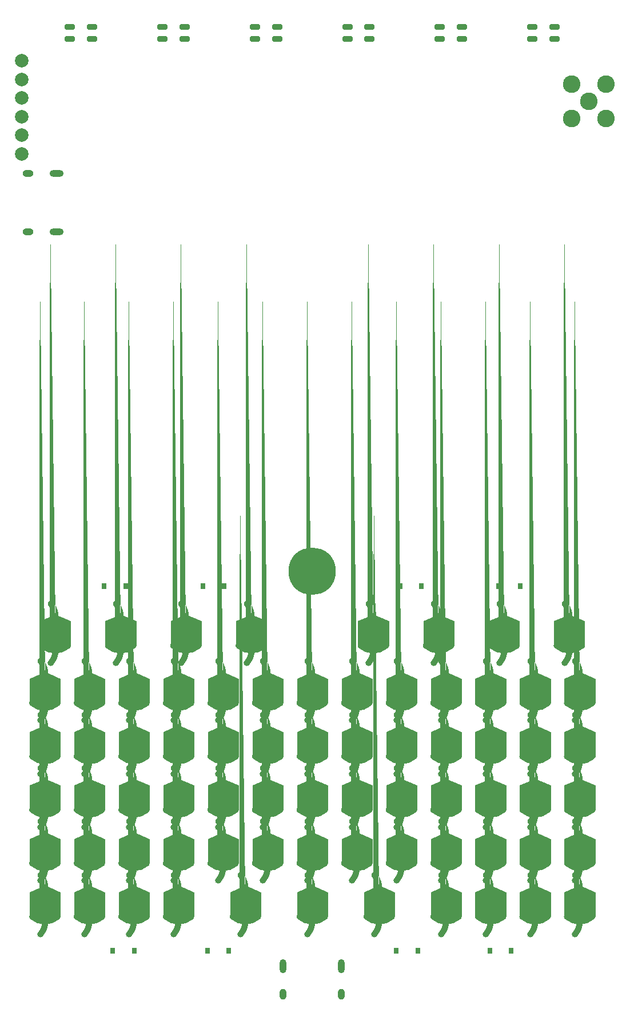
<source format=gts>
G04 #@! TF.GenerationSoftware,KiCad,Pcbnew,9.0.2*
G04 #@! TF.CreationDate,2025-06-10T21:15:01+02:00*
G04 #@! TF.ProjectId,badgeCarrierCard,62616467-6543-4617-9272-696572436172,V2.5*
G04 #@! TF.SameCoordinates,Original*
G04 #@! TF.FileFunction,Soldermask,Top*
G04 #@! TF.FilePolarity,Negative*
%FSLAX46Y46*%
G04 Gerber Fmt 4.6, Leading zero omitted, Abs format (unit mm)*
G04 Created by KiCad (PCBNEW 9.0.2) date 2025-06-10 21:15:01*
%MOMM*%
%LPD*%
G01*
G04 APERTURE LIST*
G04 Aperture macros list*
%AMRoundRect*
0 Rectangle with rounded corners*
0 $1 Rounding radius*
0 $2 $3 $4 $5 $6 $7 $8 $9 X,Y pos of 4 corners*
0 Add a 4 corners polygon primitive as box body*
4,1,4,$2,$3,$4,$5,$6,$7,$8,$9,$2,$3,0*
0 Add four circle primitives for the rounded corners*
1,1,$1+$1,$2,$3*
1,1,$1+$1,$4,$5*
1,1,$1+$1,$6,$7*
1,1,$1+$1,$8,$9*
0 Add four rect primitives between the rounded corners*
20,1,$1+$1,$2,$3,$4,$5,0*
20,1,$1+$1,$4,$5,$6,$7,0*
20,1,$1+$1,$6,$7,$8,$9,0*
20,1,$1+$1,$8,$9,$2,$3,0*%
%AMFreePoly0*
4,1,52,-0.529408,2.274054,-0.424786,2.220629,-0.337556,2.141945,-0.132558,1.875050,0.044206,1.588672,0.190897,1.285787,0.305993,0.969542,0.388297,0.643224,0.436954,0.310222,0.451459,-0.026003,0.431660,-0.361958,0.377764,-0.694152,0.290330,-1.019133,0.170267,-1.333526,0.018823,-1.634062,-0.162429,-1.917620,-0.371606,-2.181254,-0.460064,-2.258554,-0.565515,-2.310325,-0.680771,-2.333039,
-0.797980,-2.325149,-0.909152,-2.287191,-1.006712,-2.221754,-1.084012,-2.133296,-1.135783,-2.027845,-1.158497,-1.912589,-1.150607,-1.795380,-1.112649,-1.684208,-1.047212,-1.586648,-0.952740,-1.479260,-0.790574,-1.243613,-0.657525,-0.990383,-0.555472,-0.723150,-0.485859,-0.445695,-0.449670,-0.161938,-0.447417,0.124109,-0.479132,0.408401,-0.544366,0.686919,-0.642197,0.955725,-0.771241,1.211020,
-0.929675,1.449193,-1.022444,1.558055,-1.086336,1.656633,-1.122538,1.768390,-1.128581,1.885708,-1.104054,2.000592,-1.050629,2.105214,-0.971945,2.192444,-0.873367,2.256336,-0.761610,2.292538,-0.644292,2.298581,-0.529408,2.274054,-0.529408,2.274054,$1*%
G04 Aperture macros list end*
%ADD10C,0.900000*%
%ADD11C,0.050000*%
%ADD12R,0.670000X0.830000*%
%ADD13C,2.000000*%
%ADD14RoundRect,0.200000X0.550000X0.200000X-0.550000X0.200000X-0.550000X-0.200000X0.550000X-0.200000X0*%
%ADD15FreePoly0,90.000000*%
%ADD16FreePoly0,270.000000*%
%ADD17C,2.500000*%
%ADD18O,1.000000X1.600000*%
%ADD19O,1.000000X2.100000*%
%ADD20C,7.000000*%
%ADD21O,1.600000X1.000000*%
%ADD22O,2.100000X1.000000*%
%ADD23C,2.604000*%
G04 APERTURE END LIST*
D10*
G04 #@! TO.C,U14*
X37274995Y-128991020D02*
G75*
G02*
X33560457Y-128978420I-1849996J2150446D01*
G01*
X37274995Y-136891020D02*
G75*
G02*
X33560457Y-136878420I-1849996J2150446D01*
G01*
X37274995Y-144791020D02*
G75*
G02*
X33560457Y-144778420I-1849996J2150446D01*
G01*
X37274995Y-152691020D02*
G75*
G02*
X33560457Y-152678420I-1849996J2150446D01*
G01*
X37274995Y-160591020D02*
G75*
G02*
X33560457Y-160578420I-1849996J2150446D01*
G01*
X38814995Y-120501020D02*
G75*
G02*
X35100457Y-120488420I-1849996J2150446D01*
G01*
X43874995Y-128991020D02*
G75*
G02*
X40160457Y-128978420I-1849996J2150446D01*
G01*
X43874995Y-136891020D02*
G75*
G02*
X40160457Y-136878420I-1849996J2150446D01*
G01*
X43874995Y-144791020D02*
G75*
G02*
X40160457Y-144778420I-1849996J2150446D01*
G01*
X43874995Y-152691020D02*
G75*
G02*
X40160457Y-152678420I-1849996J2150446D01*
G01*
X43874995Y-160591020D02*
G75*
G02*
X40160457Y-160578420I-1849996J2150446D01*
G01*
X48489995Y-120501020D02*
G75*
G02*
X44775457Y-120488420I-1849996J2150446D01*
G01*
X50474995Y-128991020D02*
G75*
G02*
X46760457Y-128978420I-1849996J2150446D01*
G01*
X50474995Y-136891020D02*
G75*
G02*
X46760457Y-136878420I-1849996J2150446D01*
G01*
X50474995Y-144791020D02*
G75*
G02*
X46760457Y-144778420I-1849996J2150446D01*
G01*
X50474995Y-152691020D02*
G75*
G02*
X46760457Y-152678420I-1849996J2150446D01*
G01*
X50474995Y-160591020D02*
G75*
G02*
X46760457Y-160578420I-1849996J2150446D01*
G01*
X57074995Y-128991020D02*
G75*
G02*
X53360457Y-128978420I-1849996J2150446D01*
G01*
X57074995Y-136891020D02*
G75*
G02*
X53360457Y-136878420I-1849996J2150446D01*
G01*
X57074995Y-144791020D02*
G75*
G02*
X53360457Y-144778420I-1849996J2150446D01*
G01*
X57074995Y-152691020D02*
G75*
G02*
X53360457Y-152678420I-1849996J2150446D01*
G01*
X57074995Y-160591020D02*
G75*
G02*
X53360457Y-160578420I-1849996J2150446D01*
G01*
X58164995Y-120501020D02*
G75*
G02*
X54450457Y-120488420I-1849996J2150446D01*
G01*
X63674995Y-128991020D02*
G75*
G02*
X59960457Y-128978420I-1849996J2150446D01*
G01*
X63674995Y-136891020D02*
G75*
G02*
X59960457Y-136878420I-1849996J2150446D01*
G01*
X63674995Y-144791020D02*
G75*
G02*
X59960457Y-144778420I-1849996J2150446D01*
G01*
X63674995Y-152691020D02*
G75*
G02*
X59960457Y-152678420I-1849996J2150446D01*
G01*
X66974995Y-160591020D02*
G75*
G02*
X63260457Y-160578420I-1849996J2150446D01*
G01*
X67839995Y-120501020D02*
G75*
G02*
X64125457Y-120488420I-1849996J2150446D01*
G01*
X70274995Y-128991020D02*
G75*
G02*
X66560457Y-128978420I-1849996J2150446D01*
G01*
X70274995Y-136891020D02*
G75*
G02*
X66560457Y-136878420I-1849996J2150446D01*
G01*
X70274995Y-144791020D02*
G75*
G02*
X66560457Y-144778420I-1849996J2150446D01*
G01*
X70274995Y-152691020D02*
G75*
G02*
X66560457Y-152678420I-1849996J2150446D01*
G01*
X76874995Y-128991020D02*
G75*
G02*
X73160457Y-128978420I-1849996J2150446D01*
G01*
X76874995Y-136891020D02*
G75*
G02*
X73160457Y-136878420I-1849996J2150446D01*
G01*
X76874995Y-144791020D02*
G75*
G02*
X73160457Y-144778420I-1849996J2150446D01*
G01*
X76874995Y-152691020D02*
G75*
G02*
X73160457Y-152678420I-1849996J2150446D01*
G01*
X76874995Y-160591020D02*
G75*
G02*
X73160457Y-160578420I-1849996J2150446D01*
G01*
X83474995Y-128991020D02*
G75*
G02*
X79760458Y-128978419I-1849995J2150442D01*
G01*
X83474995Y-136891020D02*
G75*
G02*
X79760458Y-136878419I-1849995J2150442D01*
G01*
X83474995Y-144791020D02*
G75*
G02*
X79760458Y-144778419I-1849995J2150442D01*
G01*
X83474995Y-152691020D02*
G75*
G02*
X79760458Y-152678419I-1849995J2150442D01*
G01*
X85914995Y-120501020D02*
G75*
G02*
X82200458Y-120488419I-1849995J2150442D01*
G01*
X86774995Y-160591020D02*
G75*
G02*
X83060458Y-160578419I-1849995J2150442D01*
G01*
X90074995Y-128991020D02*
G75*
G02*
X86360458Y-128978419I-1849995J2150442D01*
G01*
X90074995Y-136891020D02*
G75*
G02*
X86360458Y-136878419I-1849995J2150442D01*
G01*
X90074995Y-144791020D02*
G75*
G02*
X86360458Y-144778419I-1849995J2150442D01*
G01*
X90074995Y-152691020D02*
G75*
G02*
X86360458Y-152678419I-1849995J2150442D01*
G01*
X95589995Y-120501020D02*
G75*
G02*
X91875458Y-120488419I-1849995J2150442D01*
G01*
X96674995Y-128991020D02*
G75*
G02*
X92960458Y-128978419I-1849995J2150442D01*
G01*
X96674995Y-136891020D02*
G75*
G02*
X92960458Y-136878419I-1849995J2150442D01*
G01*
X96674995Y-144791020D02*
G75*
G02*
X92960458Y-144778419I-1849995J2150442D01*
G01*
X96674995Y-152691020D02*
G75*
G02*
X92960458Y-152678419I-1849995J2150442D01*
G01*
X96674995Y-160591020D02*
G75*
G02*
X92960458Y-160578419I-1849995J2150442D01*
G01*
X103274995Y-128991020D02*
G75*
G02*
X99560458Y-128978419I-1849995J2150442D01*
G01*
X103274995Y-136891020D02*
G75*
G02*
X99560458Y-136878419I-1849995J2150442D01*
G01*
X103274995Y-144791020D02*
G75*
G02*
X99560458Y-144778419I-1849995J2150442D01*
G01*
X103274995Y-152691020D02*
G75*
G02*
X99560458Y-152678419I-1849995J2150442D01*
G01*
X103274995Y-160591020D02*
G75*
G02*
X99560458Y-160578419I-1849995J2150442D01*
G01*
X105264995Y-120501020D02*
G75*
G02*
X101550458Y-120488419I-1849995J2150442D01*
G01*
X109874995Y-128991020D02*
G75*
G02*
X106160458Y-128978419I-1849995J2150442D01*
G01*
X109874995Y-136891020D02*
G75*
G02*
X106160458Y-136878419I-1849995J2150442D01*
G01*
X109874995Y-144791020D02*
G75*
G02*
X106160458Y-144778419I-1849995J2150442D01*
G01*
X109874995Y-152691020D02*
G75*
G02*
X106160458Y-152678419I-1849995J2150442D01*
G01*
X109874995Y-160591020D02*
G75*
G02*
X106160458Y-160578419I-1849995J2150442D01*
G01*
X114939995Y-120501020D02*
G75*
G02*
X111225458Y-120488419I-1849995J2150442D01*
G01*
X116474995Y-128991020D02*
G75*
G02*
X112760458Y-128978419I-1849995J2150442D01*
G01*
X116474995Y-136891020D02*
G75*
G02*
X112760458Y-136878419I-1849995J2150442D01*
G01*
X116474995Y-144791020D02*
G75*
G02*
X112760458Y-144778419I-1849995J2150442D01*
G01*
X116474995Y-152691020D02*
G75*
G02*
X112760458Y-152678419I-1849995J2150442D01*
G01*
X116474995Y-160591020D02*
G75*
G02*
X112760458Y-160578419I-1849995J2150442D01*
G01*
D11*
X37675000Y-125377278D02*
X37675000Y-128977278D01*
X35425000Y-129977278D01*
X33175000Y-128977278D01*
X33175000Y-125377278D01*
X35425000Y-124377278D01*
X37675000Y-125377278D01*
G36*
X37675000Y-125377278D02*
G01*
X37675000Y-128977278D01*
X35425000Y-129977278D01*
X33175000Y-128977278D01*
X33175000Y-125377278D01*
X35425000Y-124377278D01*
X37675000Y-125377278D01*
G37*
X37675000Y-133277278D02*
X37675000Y-136877278D01*
X35425000Y-137877278D01*
X33175000Y-136877278D01*
X33175000Y-133277278D01*
X35425000Y-132277278D01*
X37675000Y-133277278D01*
G36*
X37675000Y-133277278D02*
G01*
X37675000Y-136877278D01*
X35425000Y-137877278D01*
X33175000Y-136877278D01*
X33175000Y-133277278D01*
X35425000Y-132277278D01*
X37675000Y-133277278D01*
G37*
X37675000Y-141177278D02*
X37675000Y-144777278D01*
X35425000Y-145777278D01*
X33175000Y-144777278D01*
X33175000Y-141177278D01*
X35425000Y-140177278D01*
X37675000Y-141177278D01*
G36*
X37675000Y-141177278D02*
G01*
X37675000Y-144777278D01*
X35425000Y-145777278D01*
X33175000Y-144777278D01*
X33175000Y-141177278D01*
X35425000Y-140177278D01*
X37675000Y-141177278D01*
G37*
X37675000Y-149077278D02*
X37675000Y-152677278D01*
X35425000Y-153677278D01*
X33175000Y-152677278D01*
X33175000Y-149077278D01*
X35425000Y-148077278D01*
X37675000Y-149077278D01*
G36*
X37675000Y-149077278D02*
G01*
X37675000Y-152677278D01*
X35425000Y-153677278D01*
X33175000Y-152677278D01*
X33175000Y-149077278D01*
X35425000Y-148077278D01*
X37675000Y-149077278D01*
G37*
X37675000Y-156977278D02*
X37675000Y-160577278D01*
X35425000Y-161577278D01*
X33175000Y-160577278D01*
X33175000Y-156977278D01*
X35425000Y-155977278D01*
X37675000Y-156977278D01*
G36*
X37675000Y-156977278D02*
G01*
X37675000Y-160577278D01*
X35425000Y-161577278D01*
X33175000Y-160577278D01*
X33175000Y-156977278D01*
X35425000Y-155977278D01*
X37675000Y-156977278D01*
G37*
X39215000Y-116887278D02*
X39215000Y-120487278D01*
X36965000Y-121487278D01*
X34715000Y-120487278D01*
X34715000Y-116887278D01*
X36965000Y-115887278D01*
X39215000Y-116887278D01*
G36*
X39215000Y-116887278D02*
G01*
X39215000Y-120487278D01*
X36965000Y-121487278D01*
X34715000Y-120487278D01*
X34715000Y-116887278D01*
X36965000Y-115887278D01*
X39215000Y-116887278D01*
G37*
X44275000Y-125377278D02*
X44275000Y-128977278D01*
X42025000Y-129977278D01*
X39775000Y-128977278D01*
X39775000Y-125377278D01*
X42025000Y-124377278D01*
X44275000Y-125377278D01*
G36*
X44275000Y-125377278D02*
G01*
X44275000Y-128977278D01*
X42025000Y-129977278D01*
X39775000Y-128977278D01*
X39775000Y-125377278D01*
X42025000Y-124377278D01*
X44275000Y-125377278D01*
G37*
X44275000Y-133277278D02*
X44275000Y-136877278D01*
X42025000Y-137877278D01*
X39775000Y-136877278D01*
X39775000Y-133277278D01*
X42025000Y-132277278D01*
X44275000Y-133277278D01*
G36*
X44275000Y-133277278D02*
G01*
X44275000Y-136877278D01*
X42025000Y-137877278D01*
X39775000Y-136877278D01*
X39775000Y-133277278D01*
X42025000Y-132277278D01*
X44275000Y-133277278D01*
G37*
X44275000Y-141177278D02*
X44275000Y-144777278D01*
X42025000Y-145777278D01*
X39775000Y-144777278D01*
X39775000Y-141177278D01*
X42025000Y-140177278D01*
X44275000Y-141177278D01*
G36*
X44275000Y-141177278D02*
G01*
X44275000Y-144777278D01*
X42025000Y-145777278D01*
X39775000Y-144777278D01*
X39775000Y-141177278D01*
X42025000Y-140177278D01*
X44275000Y-141177278D01*
G37*
X44275000Y-149077278D02*
X44275000Y-152677278D01*
X42025000Y-153677278D01*
X39775000Y-152677278D01*
X39775000Y-149077278D01*
X42025000Y-148077278D01*
X44275000Y-149077278D01*
G36*
X44275000Y-149077278D02*
G01*
X44275000Y-152677278D01*
X42025000Y-153677278D01*
X39775000Y-152677278D01*
X39775000Y-149077278D01*
X42025000Y-148077278D01*
X44275000Y-149077278D01*
G37*
X44275000Y-156977278D02*
X44275000Y-160577278D01*
X42025000Y-161577278D01*
X39775000Y-160577278D01*
X39775000Y-156977278D01*
X42025000Y-155977278D01*
X44275000Y-156977278D01*
G36*
X44275000Y-156977278D02*
G01*
X44275000Y-160577278D01*
X42025000Y-161577278D01*
X39775000Y-160577278D01*
X39775000Y-156977278D01*
X42025000Y-155977278D01*
X44275000Y-156977278D01*
G37*
X48890000Y-116887278D02*
X48890000Y-120487278D01*
X46640000Y-121487278D01*
X44390000Y-120487278D01*
X44390000Y-116887278D01*
X46640000Y-115887278D01*
X48890000Y-116887278D01*
G36*
X48890000Y-116887278D02*
G01*
X48890000Y-120487278D01*
X46640000Y-121487278D01*
X44390000Y-120487278D01*
X44390000Y-116887278D01*
X46640000Y-115887278D01*
X48890000Y-116887278D01*
G37*
X50875000Y-125377278D02*
X50875000Y-128977278D01*
X48625000Y-129977278D01*
X46375000Y-128977278D01*
X46375000Y-125377278D01*
X48625000Y-124377278D01*
X50875000Y-125377278D01*
G36*
X50875000Y-125377278D02*
G01*
X50875000Y-128977278D01*
X48625000Y-129977278D01*
X46375000Y-128977278D01*
X46375000Y-125377278D01*
X48625000Y-124377278D01*
X50875000Y-125377278D01*
G37*
X50875000Y-133277278D02*
X50875000Y-136877278D01*
X48625000Y-137877278D01*
X46375000Y-136877278D01*
X46375000Y-133277278D01*
X48625000Y-132277278D01*
X50875000Y-133277278D01*
G36*
X50875000Y-133277278D02*
G01*
X50875000Y-136877278D01*
X48625000Y-137877278D01*
X46375000Y-136877278D01*
X46375000Y-133277278D01*
X48625000Y-132277278D01*
X50875000Y-133277278D01*
G37*
X50875000Y-141177278D02*
X50875000Y-144777278D01*
X48625000Y-145777278D01*
X46375000Y-144777278D01*
X46375000Y-141177278D01*
X48625000Y-140177278D01*
X50875000Y-141177278D01*
G36*
X50875000Y-141177278D02*
G01*
X50875000Y-144777278D01*
X48625000Y-145777278D01*
X46375000Y-144777278D01*
X46375000Y-141177278D01*
X48625000Y-140177278D01*
X50875000Y-141177278D01*
G37*
X50875000Y-149077278D02*
X50875000Y-152677278D01*
X48625000Y-153677278D01*
X46375000Y-152677278D01*
X46375000Y-149077278D01*
X48625000Y-148077278D01*
X50875000Y-149077278D01*
G36*
X50875000Y-149077278D02*
G01*
X50875000Y-152677278D01*
X48625000Y-153677278D01*
X46375000Y-152677278D01*
X46375000Y-149077278D01*
X48625000Y-148077278D01*
X50875000Y-149077278D01*
G37*
X50875000Y-156977278D02*
X50875000Y-160577278D01*
X48625000Y-161577278D01*
X46375000Y-160577278D01*
X46375000Y-156977278D01*
X48625000Y-155977278D01*
X50875000Y-156977278D01*
G36*
X50875000Y-156977278D02*
G01*
X50875000Y-160577278D01*
X48625000Y-161577278D01*
X46375000Y-160577278D01*
X46375000Y-156977278D01*
X48625000Y-155977278D01*
X50875000Y-156977278D01*
G37*
X57475000Y-125377278D02*
X57475000Y-128977278D01*
X55225000Y-129977278D01*
X52975000Y-128977278D01*
X52975000Y-125377278D01*
X55225000Y-124377278D01*
X57475000Y-125377278D01*
G36*
X57475000Y-125377278D02*
G01*
X57475000Y-128977278D01*
X55225000Y-129977278D01*
X52975000Y-128977278D01*
X52975000Y-125377278D01*
X55225000Y-124377278D01*
X57475000Y-125377278D01*
G37*
X57475000Y-133277278D02*
X57475000Y-136877278D01*
X55225000Y-137877278D01*
X52975000Y-136877278D01*
X52975000Y-133277278D01*
X55225000Y-132277278D01*
X57475000Y-133277278D01*
G36*
X57475000Y-133277278D02*
G01*
X57475000Y-136877278D01*
X55225000Y-137877278D01*
X52975000Y-136877278D01*
X52975000Y-133277278D01*
X55225000Y-132277278D01*
X57475000Y-133277278D01*
G37*
X57475000Y-141177278D02*
X57475000Y-144777278D01*
X55225000Y-145777278D01*
X52975000Y-144777278D01*
X52975000Y-141177278D01*
X55225000Y-140177278D01*
X57475000Y-141177278D01*
G36*
X57475000Y-141177278D02*
G01*
X57475000Y-144777278D01*
X55225000Y-145777278D01*
X52975000Y-144777278D01*
X52975000Y-141177278D01*
X55225000Y-140177278D01*
X57475000Y-141177278D01*
G37*
X57475000Y-149077278D02*
X57475000Y-152677278D01*
X55225000Y-153677278D01*
X52975000Y-152677278D01*
X52975000Y-149077278D01*
X55225000Y-148077278D01*
X57475000Y-149077278D01*
G36*
X57475000Y-149077278D02*
G01*
X57475000Y-152677278D01*
X55225000Y-153677278D01*
X52975000Y-152677278D01*
X52975000Y-149077278D01*
X55225000Y-148077278D01*
X57475000Y-149077278D01*
G37*
X57475000Y-156977278D02*
X57475000Y-160577278D01*
X55225000Y-161577278D01*
X52975000Y-160577278D01*
X52975000Y-156977278D01*
X55225000Y-155977278D01*
X57475000Y-156977278D01*
G36*
X57475000Y-156977278D02*
G01*
X57475000Y-160577278D01*
X55225000Y-161577278D01*
X52975000Y-160577278D01*
X52975000Y-156977278D01*
X55225000Y-155977278D01*
X57475000Y-156977278D01*
G37*
X58565000Y-116887278D02*
X58565000Y-120487278D01*
X56315000Y-121487278D01*
X54065000Y-120487278D01*
X54065000Y-116887278D01*
X56315000Y-115887278D01*
X58565000Y-116887278D01*
G36*
X58565000Y-116887278D02*
G01*
X58565000Y-120487278D01*
X56315000Y-121487278D01*
X54065000Y-120487278D01*
X54065000Y-116887278D01*
X56315000Y-115887278D01*
X58565000Y-116887278D01*
G37*
X64075000Y-125377278D02*
X64075000Y-128977278D01*
X61825000Y-129977278D01*
X59575000Y-128977278D01*
X59575000Y-125377278D01*
X61825000Y-124377278D01*
X64075000Y-125377278D01*
G36*
X64075000Y-125377278D02*
G01*
X64075000Y-128977278D01*
X61825000Y-129977278D01*
X59575000Y-128977278D01*
X59575000Y-125377278D01*
X61825000Y-124377278D01*
X64075000Y-125377278D01*
G37*
X64075000Y-133277278D02*
X64075000Y-136877278D01*
X61825000Y-137877278D01*
X59575000Y-136877278D01*
X59575000Y-133277278D01*
X61825000Y-132277278D01*
X64075000Y-133277278D01*
G36*
X64075000Y-133277278D02*
G01*
X64075000Y-136877278D01*
X61825000Y-137877278D01*
X59575000Y-136877278D01*
X59575000Y-133277278D01*
X61825000Y-132277278D01*
X64075000Y-133277278D01*
G37*
X64075000Y-141177278D02*
X64075000Y-144777278D01*
X61825000Y-145777278D01*
X59575000Y-144777278D01*
X59575000Y-141177278D01*
X61825000Y-140177278D01*
X64075000Y-141177278D01*
G36*
X64075000Y-141177278D02*
G01*
X64075000Y-144777278D01*
X61825000Y-145777278D01*
X59575000Y-144777278D01*
X59575000Y-141177278D01*
X61825000Y-140177278D01*
X64075000Y-141177278D01*
G37*
X64075000Y-149077278D02*
X64075000Y-152677278D01*
X61825000Y-153677278D01*
X59575000Y-152677278D01*
X59575000Y-149077278D01*
X61825000Y-148077278D01*
X64075000Y-149077278D01*
G36*
X64075000Y-149077278D02*
G01*
X64075000Y-152677278D01*
X61825000Y-153677278D01*
X59575000Y-152677278D01*
X59575000Y-149077278D01*
X61825000Y-148077278D01*
X64075000Y-149077278D01*
G37*
X67375000Y-156977278D02*
X67375000Y-160577278D01*
X65125000Y-161577278D01*
X62875000Y-160577278D01*
X62875000Y-156977278D01*
X65125000Y-155977278D01*
X67375000Y-156977278D01*
G36*
X67375000Y-156977278D02*
G01*
X67375000Y-160577278D01*
X65125000Y-161577278D01*
X62875000Y-160577278D01*
X62875000Y-156977278D01*
X65125000Y-155977278D01*
X67375000Y-156977278D01*
G37*
X68240000Y-116887278D02*
X68240000Y-120487278D01*
X65990000Y-121487278D01*
X63740000Y-120487278D01*
X63740000Y-116887278D01*
X65990000Y-115887278D01*
X68240000Y-116887278D01*
G36*
X68240000Y-116887278D02*
G01*
X68240000Y-120487278D01*
X65990000Y-121487278D01*
X63740000Y-120487278D01*
X63740000Y-116887278D01*
X65990000Y-115887278D01*
X68240000Y-116887278D01*
G37*
X70675000Y-125377278D02*
X70675000Y-128977278D01*
X68425000Y-129977278D01*
X66175000Y-128977278D01*
X66175000Y-125377278D01*
X68425000Y-124377278D01*
X70675000Y-125377278D01*
G36*
X70675000Y-125377278D02*
G01*
X70675000Y-128977278D01*
X68425000Y-129977278D01*
X66175000Y-128977278D01*
X66175000Y-125377278D01*
X68425000Y-124377278D01*
X70675000Y-125377278D01*
G37*
X70675000Y-133277278D02*
X70675000Y-136877278D01*
X68425000Y-137877278D01*
X66175000Y-136877278D01*
X66175000Y-133277278D01*
X68425000Y-132277278D01*
X70675000Y-133277278D01*
G36*
X70675000Y-133277278D02*
G01*
X70675000Y-136877278D01*
X68425000Y-137877278D01*
X66175000Y-136877278D01*
X66175000Y-133277278D01*
X68425000Y-132277278D01*
X70675000Y-133277278D01*
G37*
X70675000Y-141177278D02*
X70675000Y-144777278D01*
X68425000Y-145777278D01*
X66175000Y-144777278D01*
X66175000Y-141177278D01*
X68425000Y-140177278D01*
X70675000Y-141177278D01*
G36*
X70675000Y-141177278D02*
G01*
X70675000Y-144777278D01*
X68425000Y-145777278D01*
X66175000Y-144777278D01*
X66175000Y-141177278D01*
X68425000Y-140177278D01*
X70675000Y-141177278D01*
G37*
X70675000Y-149077278D02*
X70675000Y-152677278D01*
X68425000Y-153677278D01*
X66175000Y-152677278D01*
X66175000Y-149077278D01*
X68425000Y-148077278D01*
X70675000Y-149077278D01*
G36*
X70675000Y-149077278D02*
G01*
X70675000Y-152677278D01*
X68425000Y-153677278D01*
X66175000Y-152677278D01*
X66175000Y-149077278D01*
X68425000Y-148077278D01*
X70675000Y-149077278D01*
G37*
X77275000Y-125377278D02*
X77275000Y-128977278D01*
X75025000Y-129977278D01*
X72775000Y-128977278D01*
X72775000Y-125377278D01*
X75025000Y-124377278D01*
X77275000Y-125377278D01*
G36*
X77275000Y-125377278D02*
G01*
X77275000Y-128977278D01*
X75025000Y-129977278D01*
X72775000Y-128977278D01*
X72775000Y-125377278D01*
X75025000Y-124377278D01*
X77275000Y-125377278D01*
G37*
X77275000Y-133277278D02*
X77275000Y-136877278D01*
X75025000Y-137877278D01*
X72775000Y-136877278D01*
X72775000Y-133277278D01*
X75025000Y-132277278D01*
X77275000Y-133277278D01*
G36*
X77275000Y-133277278D02*
G01*
X77275000Y-136877278D01*
X75025000Y-137877278D01*
X72775000Y-136877278D01*
X72775000Y-133277278D01*
X75025000Y-132277278D01*
X77275000Y-133277278D01*
G37*
X77275000Y-141177278D02*
X77275000Y-144777278D01*
X75025000Y-145777278D01*
X72775000Y-144777278D01*
X72775000Y-141177278D01*
X75025000Y-140177278D01*
X77275000Y-141177278D01*
G36*
X77275000Y-141177278D02*
G01*
X77275000Y-144777278D01*
X75025000Y-145777278D01*
X72775000Y-144777278D01*
X72775000Y-141177278D01*
X75025000Y-140177278D01*
X77275000Y-141177278D01*
G37*
X77275000Y-149077278D02*
X77275000Y-152677278D01*
X75025000Y-153677278D01*
X72775000Y-152677278D01*
X72775000Y-149077278D01*
X75025000Y-148077278D01*
X77275000Y-149077278D01*
G36*
X77275000Y-149077278D02*
G01*
X77275000Y-152677278D01*
X75025000Y-153677278D01*
X72775000Y-152677278D01*
X72775000Y-149077278D01*
X75025000Y-148077278D01*
X77275000Y-149077278D01*
G37*
X77275000Y-156977278D02*
X77275000Y-160577278D01*
X75025000Y-161577278D01*
X72775000Y-160577278D01*
X72775000Y-156977278D01*
X75025000Y-155977278D01*
X77275000Y-156977278D01*
G36*
X77275000Y-156977278D02*
G01*
X77275000Y-160577278D01*
X75025000Y-161577278D01*
X72775000Y-160577278D01*
X72775000Y-156977278D01*
X75025000Y-155977278D01*
X77275000Y-156977278D01*
G37*
X83875000Y-125377278D02*
X83875000Y-128977278D01*
X81625000Y-129977278D01*
X79375000Y-128977278D01*
X79375000Y-125377278D01*
X81625000Y-124377278D01*
X83875000Y-125377278D01*
G36*
X83875000Y-125377278D02*
G01*
X83875000Y-128977278D01*
X81625000Y-129977278D01*
X79375000Y-128977278D01*
X79375000Y-125377278D01*
X81625000Y-124377278D01*
X83875000Y-125377278D01*
G37*
X83875000Y-133277278D02*
X83875000Y-136877278D01*
X81625000Y-137877278D01*
X79375000Y-136877278D01*
X79375000Y-133277278D01*
X81625000Y-132277278D01*
X83875000Y-133277278D01*
G36*
X83875000Y-133277278D02*
G01*
X83875000Y-136877278D01*
X81625000Y-137877278D01*
X79375000Y-136877278D01*
X79375000Y-133277278D01*
X81625000Y-132277278D01*
X83875000Y-133277278D01*
G37*
X83875000Y-141177278D02*
X83875000Y-144777278D01*
X81625000Y-145777278D01*
X79375000Y-144777278D01*
X79375000Y-141177278D01*
X81625000Y-140177278D01*
X83875000Y-141177278D01*
G36*
X83875000Y-141177278D02*
G01*
X83875000Y-144777278D01*
X81625000Y-145777278D01*
X79375000Y-144777278D01*
X79375000Y-141177278D01*
X81625000Y-140177278D01*
X83875000Y-141177278D01*
G37*
X83875000Y-149077278D02*
X83875000Y-152677278D01*
X81625000Y-153677278D01*
X79375000Y-152677278D01*
X79375000Y-149077278D01*
X81625000Y-148077278D01*
X83875000Y-149077278D01*
G36*
X83875000Y-149077278D02*
G01*
X83875000Y-152677278D01*
X81625000Y-153677278D01*
X79375000Y-152677278D01*
X79375000Y-149077278D01*
X81625000Y-148077278D01*
X83875000Y-149077278D01*
G37*
X86315000Y-116887278D02*
X86315000Y-120487278D01*
X84065000Y-121487278D01*
X81815000Y-120487278D01*
X81815000Y-116887278D01*
X84065000Y-115887278D01*
X86315000Y-116887278D01*
G36*
X86315000Y-116887278D02*
G01*
X86315000Y-120487278D01*
X84065000Y-121487278D01*
X81815000Y-120487278D01*
X81815000Y-116887278D01*
X84065000Y-115887278D01*
X86315000Y-116887278D01*
G37*
X87175000Y-156977278D02*
X87175000Y-160577278D01*
X84925000Y-161577278D01*
X82675000Y-160577278D01*
X82675000Y-156977278D01*
X84925000Y-155977278D01*
X87175000Y-156977278D01*
G36*
X87175000Y-156977278D02*
G01*
X87175000Y-160577278D01*
X84925000Y-161577278D01*
X82675000Y-160577278D01*
X82675000Y-156977278D01*
X84925000Y-155977278D01*
X87175000Y-156977278D01*
G37*
X90475000Y-125377278D02*
X90475000Y-128977278D01*
X88225000Y-129977278D01*
X85975000Y-128977278D01*
X85975000Y-125377278D01*
X88225000Y-124377278D01*
X90475000Y-125377278D01*
G36*
X90475000Y-125377278D02*
G01*
X90475000Y-128977278D01*
X88225000Y-129977278D01*
X85975000Y-128977278D01*
X85975000Y-125377278D01*
X88225000Y-124377278D01*
X90475000Y-125377278D01*
G37*
X90475000Y-133277278D02*
X90475000Y-136877278D01*
X88225000Y-137877278D01*
X85975000Y-136877278D01*
X85975000Y-133277278D01*
X88225000Y-132277278D01*
X90475000Y-133277278D01*
G36*
X90475000Y-133277278D02*
G01*
X90475000Y-136877278D01*
X88225000Y-137877278D01*
X85975000Y-136877278D01*
X85975000Y-133277278D01*
X88225000Y-132277278D01*
X90475000Y-133277278D01*
G37*
X90475000Y-141177278D02*
X90475000Y-144777278D01*
X88225000Y-145777278D01*
X85975000Y-144777278D01*
X85975000Y-141177278D01*
X88225000Y-140177278D01*
X90475000Y-141177278D01*
G36*
X90475000Y-141177278D02*
G01*
X90475000Y-144777278D01*
X88225000Y-145777278D01*
X85975000Y-144777278D01*
X85975000Y-141177278D01*
X88225000Y-140177278D01*
X90475000Y-141177278D01*
G37*
X90475000Y-149077278D02*
X90475000Y-152677278D01*
X88225000Y-153677278D01*
X85975000Y-152677278D01*
X85975000Y-149077278D01*
X88225000Y-148077278D01*
X90475000Y-149077278D01*
G36*
X90475000Y-149077278D02*
G01*
X90475000Y-152677278D01*
X88225000Y-153677278D01*
X85975000Y-152677278D01*
X85975000Y-149077278D01*
X88225000Y-148077278D01*
X90475000Y-149077278D01*
G37*
X95990000Y-116887278D02*
X95990000Y-120487278D01*
X93740000Y-121487278D01*
X91490000Y-120487278D01*
X91490000Y-116887278D01*
X93740000Y-115887278D01*
X95990000Y-116887278D01*
G36*
X95990000Y-116887278D02*
G01*
X95990000Y-120487278D01*
X93740000Y-121487278D01*
X91490000Y-120487278D01*
X91490000Y-116887278D01*
X93740000Y-115887278D01*
X95990000Y-116887278D01*
G37*
X97075000Y-125377278D02*
X97075000Y-128977278D01*
X94825000Y-129977278D01*
X92575000Y-128977278D01*
X92575000Y-125377278D01*
X94825000Y-124377278D01*
X97075000Y-125377278D01*
G36*
X97075000Y-125377278D02*
G01*
X97075000Y-128977278D01*
X94825000Y-129977278D01*
X92575000Y-128977278D01*
X92575000Y-125377278D01*
X94825000Y-124377278D01*
X97075000Y-125377278D01*
G37*
X97075000Y-133277278D02*
X97075000Y-136877278D01*
X94825000Y-137877278D01*
X92575000Y-136877278D01*
X92575000Y-133277278D01*
X94825000Y-132277278D01*
X97075000Y-133277278D01*
G36*
X97075000Y-133277278D02*
G01*
X97075000Y-136877278D01*
X94825000Y-137877278D01*
X92575000Y-136877278D01*
X92575000Y-133277278D01*
X94825000Y-132277278D01*
X97075000Y-133277278D01*
G37*
X97075000Y-141177278D02*
X97075000Y-144777278D01*
X94825000Y-145777278D01*
X92575000Y-144777278D01*
X92575000Y-141177278D01*
X94825000Y-140177278D01*
X97075000Y-141177278D01*
G36*
X97075000Y-141177278D02*
G01*
X97075000Y-144777278D01*
X94825000Y-145777278D01*
X92575000Y-144777278D01*
X92575000Y-141177278D01*
X94825000Y-140177278D01*
X97075000Y-141177278D01*
G37*
X97075000Y-149077278D02*
X97075000Y-152677278D01*
X94825000Y-153677278D01*
X92575000Y-152677278D01*
X92575000Y-149077278D01*
X94825000Y-148077278D01*
X97075000Y-149077278D01*
G36*
X97075000Y-149077278D02*
G01*
X97075000Y-152677278D01*
X94825000Y-153677278D01*
X92575000Y-152677278D01*
X92575000Y-149077278D01*
X94825000Y-148077278D01*
X97075000Y-149077278D01*
G37*
X97075000Y-156977278D02*
X97075000Y-160577278D01*
X94825000Y-161577278D01*
X92575000Y-160577278D01*
X92575000Y-156977278D01*
X94825000Y-155977278D01*
X97075000Y-156977278D01*
G36*
X97075000Y-156977278D02*
G01*
X97075000Y-160577278D01*
X94825000Y-161577278D01*
X92575000Y-160577278D01*
X92575000Y-156977278D01*
X94825000Y-155977278D01*
X97075000Y-156977278D01*
G37*
X103675000Y-125377278D02*
X103675000Y-128977278D01*
X101425000Y-129977278D01*
X99175000Y-128977278D01*
X99175000Y-125377278D01*
X101425000Y-124377278D01*
X103675000Y-125377278D01*
G36*
X103675000Y-125377278D02*
G01*
X103675000Y-128977278D01*
X101425000Y-129977278D01*
X99175000Y-128977278D01*
X99175000Y-125377278D01*
X101425000Y-124377278D01*
X103675000Y-125377278D01*
G37*
X103675000Y-133277278D02*
X103675000Y-136877278D01*
X101425000Y-137877278D01*
X99175000Y-136877278D01*
X99175000Y-133277278D01*
X101425000Y-132277278D01*
X103675000Y-133277278D01*
G36*
X103675000Y-133277278D02*
G01*
X103675000Y-136877278D01*
X101425000Y-137877278D01*
X99175000Y-136877278D01*
X99175000Y-133277278D01*
X101425000Y-132277278D01*
X103675000Y-133277278D01*
G37*
X103675000Y-141177278D02*
X103675000Y-144777278D01*
X101425000Y-145777278D01*
X99175000Y-144777278D01*
X99175000Y-141177278D01*
X101425000Y-140177278D01*
X103675000Y-141177278D01*
G36*
X103675000Y-141177278D02*
G01*
X103675000Y-144777278D01*
X101425000Y-145777278D01*
X99175000Y-144777278D01*
X99175000Y-141177278D01*
X101425000Y-140177278D01*
X103675000Y-141177278D01*
G37*
X103675000Y-149077278D02*
X103675000Y-152677278D01*
X101425000Y-153677278D01*
X99175000Y-152677278D01*
X99175000Y-149077278D01*
X101425000Y-148077278D01*
X103675000Y-149077278D01*
G36*
X103675000Y-149077278D02*
G01*
X103675000Y-152677278D01*
X101425000Y-153677278D01*
X99175000Y-152677278D01*
X99175000Y-149077278D01*
X101425000Y-148077278D01*
X103675000Y-149077278D01*
G37*
X103675000Y-156977278D02*
X103675000Y-160577278D01*
X101425000Y-161577278D01*
X99175000Y-160577278D01*
X99175000Y-156977278D01*
X101425000Y-155977278D01*
X103675000Y-156977278D01*
G36*
X103675000Y-156977278D02*
G01*
X103675000Y-160577278D01*
X101425000Y-161577278D01*
X99175000Y-160577278D01*
X99175000Y-156977278D01*
X101425000Y-155977278D01*
X103675000Y-156977278D01*
G37*
X105665000Y-116887278D02*
X105665000Y-120487278D01*
X103415000Y-121487278D01*
X101165000Y-120487278D01*
X101165000Y-116887278D01*
X103415000Y-115887278D01*
X105665000Y-116887278D01*
G36*
X105665000Y-116887278D02*
G01*
X105665000Y-120487278D01*
X103415000Y-121487278D01*
X101165000Y-120487278D01*
X101165000Y-116887278D01*
X103415000Y-115887278D01*
X105665000Y-116887278D01*
G37*
X110275000Y-125377278D02*
X110275000Y-128977278D01*
X108025000Y-129977278D01*
X105775000Y-128977278D01*
X105775000Y-125377278D01*
X108025000Y-124377278D01*
X110275000Y-125377278D01*
G36*
X110275000Y-125377278D02*
G01*
X110275000Y-128977278D01*
X108025000Y-129977278D01*
X105775000Y-128977278D01*
X105775000Y-125377278D01*
X108025000Y-124377278D01*
X110275000Y-125377278D01*
G37*
X110275000Y-133277278D02*
X110275000Y-136877278D01*
X108025000Y-137877278D01*
X105775000Y-136877278D01*
X105775000Y-133277278D01*
X108025000Y-132277278D01*
X110275000Y-133277278D01*
G36*
X110275000Y-133277278D02*
G01*
X110275000Y-136877278D01*
X108025000Y-137877278D01*
X105775000Y-136877278D01*
X105775000Y-133277278D01*
X108025000Y-132277278D01*
X110275000Y-133277278D01*
G37*
X110275000Y-141177278D02*
X110275000Y-144777278D01*
X108025000Y-145777278D01*
X105775000Y-144777278D01*
X105775000Y-141177278D01*
X108025000Y-140177278D01*
X110275000Y-141177278D01*
G36*
X110275000Y-141177278D02*
G01*
X110275000Y-144777278D01*
X108025000Y-145777278D01*
X105775000Y-144777278D01*
X105775000Y-141177278D01*
X108025000Y-140177278D01*
X110275000Y-141177278D01*
G37*
X110275000Y-149077278D02*
X110275000Y-152677278D01*
X108025000Y-153677278D01*
X105775000Y-152677278D01*
X105775000Y-149077278D01*
X108025000Y-148077278D01*
X110275000Y-149077278D01*
G36*
X110275000Y-149077278D02*
G01*
X110275000Y-152677278D01*
X108025000Y-153677278D01*
X105775000Y-152677278D01*
X105775000Y-149077278D01*
X108025000Y-148077278D01*
X110275000Y-149077278D01*
G37*
X110275000Y-156977278D02*
X110275000Y-160577278D01*
X108025000Y-161577278D01*
X105775000Y-160577278D01*
X105775000Y-156977278D01*
X108025000Y-155977278D01*
X110275000Y-156977278D01*
G36*
X110275000Y-156977278D02*
G01*
X110275000Y-160577278D01*
X108025000Y-161577278D01*
X105775000Y-160577278D01*
X105775000Y-156977278D01*
X108025000Y-155977278D01*
X110275000Y-156977278D01*
G37*
X115340000Y-116887278D02*
X115340000Y-120487278D01*
X113090000Y-121487278D01*
X110840000Y-120487278D01*
X110840000Y-116887278D01*
X113090000Y-115887278D01*
X115340000Y-116887278D01*
G36*
X115340000Y-116887278D02*
G01*
X115340000Y-120487278D01*
X113090000Y-121487278D01*
X110840000Y-120487278D01*
X110840000Y-116887278D01*
X113090000Y-115887278D01*
X115340000Y-116887278D01*
G37*
X116875000Y-125377278D02*
X116875000Y-128977278D01*
X114625000Y-129977278D01*
X112375000Y-128977278D01*
X112375000Y-125377278D01*
X114625000Y-124377278D01*
X116875000Y-125377278D01*
G36*
X116875000Y-125377278D02*
G01*
X116875000Y-128977278D01*
X114625000Y-129977278D01*
X112375000Y-128977278D01*
X112375000Y-125377278D01*
X114625000Y-124377278D01*
X116875000Y-125377278D01*
G37*
X116875000Y-133277278D02*
X116875000Y-136877278D01*
X114625000Y-137877278D01*
X112375000Y-136877278D01*
X112375000Y-133277278D01*
X114625000Y-132277278D01*
X116875000Y-133277278D01*
G36*
X116875000Y-133277278D02*
G01*
X116875000Y-136877278D01*
X114625000Y-137877278D01*
X112375000Y-136877278D01*
X112375000Y-133277278D01*
X114625000Y-132277278D01*
X116875000Y-133277278D01*
G37*
X116875000Y-141177278D02*
X116875000Y-144777278D01*
X114625000Y-145777278D01*
X112375000Y-144777278D01*
X112375000Y-141177278D01*
X114625000Y-140177278D01*
X116875000Y-141177278D01*
G36*
X116875000Y-141177278D02*
G01*
X116875000Y-144777278D01*
X114625000Y-145777278D01*
X112375000Y-144777278D01*
X112375000Y-141177278D01*
X114625000Y-140177278D01*
X116875000Y-141177278D01*
G37*
X116875000Y-149077278D02*
X116875000Y-152677278D01*
X114625000Y-153677278D01*
X112375000Y-152677278D01*
X112375000Y-149077278D01*
X114625000Y-148077278D01*
X116875000Y-149077278D01*
G36*
X116875000Y-149077278D02*
G01*
X116875000Y-152677278D01*
X114625000Y-153677278D01*
X112375000Y-152677278D01*
X112375000Y-149077278D01*
X114625000Y-148077278D01*
X116875000Y-149077278D01*
G37*
X116875000Y-156977278D02*
X116875000Y-160577278D01*
X114625000Y-161577278D01*
X112375000Y-160577278D01*
X112375000Y-156977278D01*
X114625000Y-155977278D01*
X116875000Y-156977278D01*
G36*
X116875000Y-156977278D02*
G01*
X116875000Y-160577278D01*
X114625000Y-161577278D01*
X112375000Y-160577278D01*
X112375000Y-156977278D01*
X114625000Y-155977278D01*
X116875000Y-156977278D01*
G37*
G04 #@! TD*
D12*
G04 #@! TO.C,D22*
X102623800Y-111705400D03*
X105793800Y-111705400D03*
G04 #@! TD*
D13*
G04 #@! TO.C,TP5*
X32000000Y-45000000D03*
G04 #@! TD*
D12*
G04 #@! TO.C,D20*
X58808800Y-111705400D03*
X61978800Y-111705400D03*
G04 #@! TD*
D13*
G04 #@! TO.C,TP2*
X32000000Y-36750000D03*
G04 #@! TD*
G04 #@! TO.C,TP3*
X32000000Y-39500000D03*
G04 #@! TD*
D12*
G04 #@! TO.C,D15*
X48635000Y-165635400D03*
X45465000Y-165635400D03*
G04 #@! TD*
D14*
G04 #@! TO.C,D9*
X83500000Y-30780000D03*
X83500000Y-29000000D03*
X80220000Y-29000000D03*
X80220000Y-30780000D03*
G04 #@! TD*
D13*
G04 #@! TO.C,TP4*
X32000000Y-42250000D03*
G04 #@! TD*
D12*
G04 #@! TO.C,D21*
X88008800Y-111700400D03*
X91178800Y-111700400D03*
G04 #@! TD*
D15*
G04 #@! TO.C,U14*
X36965000Y-116187278D03*
D16*
X36965698Y-121182000D03*
D17*
X36965000Y-118687278D03*
D16*
X46635698Y-121182000D03*
D15*
X46640000Y-116187278D03*
D17*
X46640000Y-118687278D03*
D15*
X56315000Y-116187278D03*
D16*
X56315698Y-121182000D03*
D17*
X56315000Y-118687278D03*
D15*
X65990000Y-116187278D03*
D16*
X65995698Y-121182000D03*
D17*
X65990000Y-118687278D03*
D15*
X84065000Y-116187278D03*
D16*
X84065698Y-121182000D03*
D17*
X84065000Y-118687278D03*
D16*
X93735698Y-121182000D03*
D15*
X93740000Y-116187278D03*
D17*
X93740000Y-118687278D03*
D15*
X103415000Y-116187278D03*
D16*
X103415698Y-121182000D03*
D17*
X103415000Y-118687278D03*
D16*
X113085698Y-121182000D03*
D15*
X113090000Y-116187278D03*
D17*
X113090000Y-118687278D03*
D15*
X35425000Y-124677278D03*
D16*
X35425698Y-129672000D03*
D17*
X35425000Y-127177278D03*
D15*
X42025000Y-124677278D03*
D16*
X42025698Y-129672000D03*
D17*
X42025000Y-127177278D03*
D15*
X48625000Y-124677278D03*
D16*
X48625698Y-129672000D03*
D17*
X48625000Y-127177278D03*
D15*
X55225000Y-124677278D03*
D16*
X55225698Y-129672000D03*
D17*
X55225000Y-127177278D03*
D15*
X61825000Y-124677278D03*
D16*
X61825698Y-129672000D03*
D17*
X61825000Y-127177278D03*
D15*
X68425000Y-124677278D03*
D16*
X68425698Y-129672000D03*
D17*
X68425000Y-127177278D03*
D15*
X75025000Y-124677278D03*
D16*
X75025698Y-129672000D03*
D17*
X75025000Y-127177278D03*
D15*
X81625000Y-124677278D03*
D16*
X81625698Y-129672000D03*
D17*
X81625000Y-127177278D03*
D15*
X88225000Y-124677278D03*
D16*
X88225698Y-129672000D03*
D17*
X88225000Y-127177278D03*
D15*
X94825000Y-124677278D03*
D16*
X94825698Y-129672000D03*
D17*
X94825000Y-127177278D03*
D15*
X101425000Y-124677278D03*
D16*
X101425698Y-129672000D03*
D17*
X101425000Y-127177278D03*
D15*
X108025000Y-124677278D03*
D16*
X108025698Y-129672000D03*
D17*
X108025000Y-127177278D03*
D15*
X114625000Y-124677278D03*
D16*
X114625698Y-129672000D03*
D17*
X114625000Y-127177278D03*
D15*
X35425000Y-132577278D03*
D16*
X35425698Y-137572000D03*
D17*
X35425000Y-135077278D03*
D15*
X42025000Y-132577278D03*
D16*
X42025698Y-137572000D03*
D17*
X42025000Y-135077278D03*
D15*
X48625000Y-132577278D03*
D16*
X48625698Y-137572000D03*
D17*
X48625000Y-135077278D03*
D15*
X55225000Y-132577278D03*
D16*
X55225698Y-137572000D03*
D17*
X55225000Y-135077278D03*
D15*
X61825000Y-132577278D03*
D16*
X61825698Y-137572000D03*
D17*
X61825000Y-135077278D03*
D15*
X68425000Y-132577278D03*
D16*
X68425698Y-137572000D03*
D17*
X68425000Y-135077278D03*
D15*
X75025000Y-132577278D03*
D16*
X75025698Y-137572000D03*
D17*
X75025000Y-135077278D03*
D15*
X81625000Y-132577278D03*
D16*
X81625698Y-137572000D03*
D17*
X81625000Y-135077278D03*
D15*
X88225000Y-132577278D03*
D16*
X88225698Y-137572000D03*
D17*
X88225000Y-135077278D03*
D15*
X94825000Y-132577278D03*
D16*
X94825698Y-137572000D03*
D17*
X94825000Y-135077278D03*
D15*
X101425000Y-132577278D03*
D16*
X101425698Y-137572000D03*
D17*
X101425000Y-135077278D03*
D15*
X108025000Y-132577278D03*
D16*
X108025698Y-137572000D03*
D17*
X108025000Y-135077278D03*
D15*
X114625000Y-132577278D03*
D16*
X114625698Y-137572000D03*
D17*
X114625000Y-135077278D03*
D15*
X35425000Y-140477278D03*
D16*
X35425698Y-145472000D03*
D17*
X35425000Y-142977278D03*
D15*
X42025000Y-140477278D03*
D16*
X42025698Y-145472000D03*
D17*
X42025000Y-142977278D03*
D15*
X48625000Y-140477278D03*
D16*
X48625698Y-145472000D03*
D17*
X48625000Y-142977278D03*
D15*
X55225000Y-140477278D03*
D16*
X55225698Y-145472000D03*
D17*
X55225000Y-142977278D03*
D15*
X61825000Y-140477278D03*
D16*
X61825698Y-145472000D03*
D17*
X61825000Y-142977278D03*
D15*
X68425000Y-140477278D03*
D16*
X68425698Y-145472000D03*
D17*
X68425000Y-142977278D03*
D15*
X75025000Y-140477278D03*
D16*
X75025698Y-145472000D03*
D17*
X75025000Y-142977278D03*
D15*
X81625000Y-140477278D03*
D16*
X81625698Y-145472000D03*
D17*
X81625000Y-142977278D03*
D15*
X88225000Y-140477278D03*
D16*
X88225698Y-145472000D03*
D17*
X88225000Y-142977278D03*
D15*
X94825000Y-140477278D03*
D16*
X94825698Y-145472000D03*
D17*
X94825000Y-142977278D03*
D15*
X101425000Y-140477278D03*
D16*
X101425698Y-145472000D03*
D17*
X101425000Y-142977278D03*
D15*
X108025000Y-140477278D03*
D16*
X108025698Y-145472000D03*
D17*
X108025000Y-142977278D03*
D15*
X114625000Y-140477278D03*
D16*
X114625698Y-145472000D03*
D17*
X114625000Y-142977278D03*
D15*
X35425000Y-148377278D03*
D16*
X35425698Y-153372000D03*
D17*
X35425000Y-150877278D03*
D15*
X42025000Y-148377278D03*
D16*
X42025698Y-153372000D03*
D17*
X42025000Y-150877278D03*
D15*
X48625000Y-148377278D03*
D16*
X48625698Y-153372000D03*
D17*
X48625000Y-150877278D03*
D15*
X55225000Y-148377278D03*
D16*
X55225698Y-153372000D03*
D17*
X55225000Y-150877278D03*
D15*
X61825000Y-148377278D03*
D16*
X61825698Y-153372000D03*
D17*
X61825000Y-150877278D03*
D15*
X68425000Y-148377278D03*
D16*
X68425698Y-153372000D03*
D17*
X68425000Y-150877278D03*
D15*
X75025000Y-148377278D03*
D16*
X75025698Y-153372000D03*
D17*
X75025000Y-150877278D03*
D15*
X81625000Y-148377278D03*
D16*
X81625698Y-153372000D03*
D17*
X81625000Y-150877278D03*
D15*
X88225000Y-148377278D03*
D16*
X88225698Y-153372000D03*
D17*
X88225000Y-150877278D03*
D15*
X94825000Y-148377278D03*
D16*
X94825698Y-153372000D03*
D17*
X94825000Y-150877278D03*
D15*
X101425000Y-148377278D03*
D16*
X101425698Y-153372000D03*
D17*
X101425000Y-150877278D03*
D15*
X108025000Y-148377278D03*
D16*
X108025698Y-153372000D03*
D17*
X108025000Y-150877278D03*
D15*
X114625000Y-148377278D03*
D16*
X114625698Y-153372000D03*
D17*
X114625000Y-150877278D03*
D15*
X35425000Y-156277278D03*
D16*
X35425698Y-161272000D03*
D17*
X35425000Y-158777278D03*
D15*
X42025000Y-156277278D03*
D16*
X42025698Y-161272000D03*
D17*
X42025000Y-158777278D03*
D15*
X48625000Y-156277278D03*
D16*
X48625698Y-161272000D03*
D17*
X48625000Y-158777278D03*
D15*
X55225000Y-156277278D03*
D16*
X55225698Y-161272000D03*
D17*
X55225000Y-158777278D03*
D15*
X65125000Y-156277278D03*
D16*
X65125698Y-161272000D03*
D17*
X65125000Y-158777278D03*
D15*
X75025000Y-156277278D03*
D16*
X75025698Y-161272000D03*
D17*
X75025000Y-158777278D03*
D15*
X84925000Y-156277278D03*
D16*
X84925698Y-161272000D03*
D17*
X84925000Y-158777278D03*
D15*
X94825000Y-156277278D03*
D16*
X94825698Y-161272000D03*
D17*
X94825000Y-158777278D03*
D15*
X101425000Y-156277278D03*
D16*
X101425698Y-161272000D03*
D17*
X101425000Y-158777278D03*
D15*
X108025000Y-156277278D03*
D16*
X108025698Y-161272000D03*
D17*
X108025000Y-158777278D03*
D15*
X114625000Y-156277278D03*
D16*
X114625698Y-161272000D03*
D17*
X114625000Y-158777278D03*
G04 #@! TD*
D13*
G04 #@! TO.C,TP6*
X32000000Y-47750000D03*
G04 #@! TD*
D12*
G04 #@! TO.C,D19*
X44218552Y-111702939D03*
X47388552Y-111702939D03*
G04 #@! TD*
G04 #@! TO.C,D16*
X62643800Y-165635400D03*
X59473800Y-165635400D03*
G04 #@! TD*
D13*
G04 #@! TO.C,TP1*
X32000000Y-34000000D03*
G04 #@! TD*
D12*
G04 #@! TO.C,D18*
X104493800Y-165635400D03*
X101323800Y-165635400D03*
G04 #@! TD*
D14*
G04 #@! TO.C,D11*
X110900000Y-30780000D03*
X110900000Y-29000000D03*
X107620000Y-29000000D03*
X107620000Y-30780000D03*
G04 #@! TD*
G04 #@! TO.C,D10*
X97200000Y-30780000D03*
X97200000Y-29000000D03*
X93920000Y-29000000D03*
X93920000Y-30780000D03*
G04 #@! TD*
G04 #@! TO.C,D12*
X69800000Y-30780000D03*
X69800000Y-29000000D03*
X66520000Y-29000000D03*
X66520000Y-30780000D03*
G04 #@! TD*
D12*
G04 #@! TO.C,D17*
X90643800Y-165635400D03*
X87473800Y-165635400D03*
G04 #@! TD*
D14*
G04 #@! TO.C,D23*
X56100000Y-30780000D03*
X56100000Y-29000000D03*
X52820000Y-29000000D03*
X52820000Y-30780000D03*
G04 #@! TD*
G04 #@! TO.C,D24*
X42400000Y-30780000D03*
X42400000Y-29000000D03*
X39120000Y-29000000D03*
X39120000Y-30780000D03*
G04 #@! TD*
D18*
G04 #@! TO.C,J8*
X79320000Y-172050000D03*
D19*
X79320000Y-167870000D03*
D18*
X70680000Y-172050000D03*
D19*
X70680000Y-167870000D03*
G04 #@! TD*
D20*
G04 #@! TO.C,H5*
X75000000Y-109500000D03*
G04 #@! TD*
D21*
G04 #@! TO.C,J1*
X32950000Y-59320000D03*
D22*
X37130000Y-59320000D03*
D21*
X32950000Y-50680000D03*
D22*
X37130000Y-50680000D03*
G04 #@! TD*
D23*
G04 #@! TO.C,J5*
X116000000Y-40000000D03*
X113460000Y-42540000D03*
X113460000Y-37460000D03*
X118540000Y-37460000D03*
X118540000Y-42540000D03*
G04 #@! TD*
M02*

</source>
